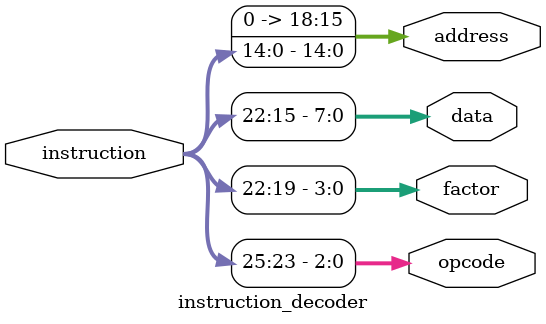
<source format=v>
module instruction_decoder(
	input [25:0] instruction,
	output [2:0] opcode,
	output [3:0] factor,
	output [7:0] data,
	output [18:0] address
	);
	
	assign opcode = instruction[25:23];
	assign factor = instruction[22:19];
	assign data = instruction[22:15];
	assign address = instruction[14:0];
	
endmodule
</source>
